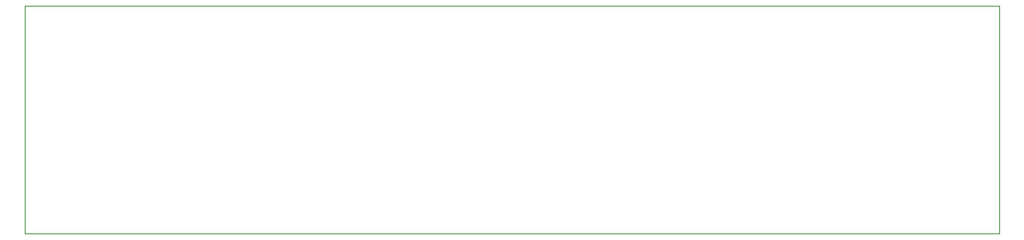
<source format=gm1>
G04*
G04 #@! TF.GenerationSoftware,Altium Limited,Altium Designer,24.10.1 (45)*
G04*
G04 Layer_Color=16711935*
%FSAX25Y25*%
%MOIN*%
G70*
G04*
G04 #@! TF.SameCoordinates,E9A5F422-793D-4FF6-AE78-97F5C49A065D*
G04*
G04*
G04 #@! TF.FilePolarity,Positive*
G04*
G01*
G75*
%ADD12C,0.00394*%
%ADD122C,0.00197*%
D12*
X0000000Y0000000D02*
Y0092520D01*
X0393701Y0000000D02*
Y0092520D01*
X0000000Y0092520D02*
X0393701Y0092520D01*
D122*
X0000000Y0000000D02*
X0393701D01*
M02*

</source>
